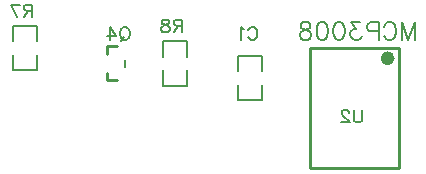
<source format=gbo>
G04 Layer: BottomSilkLayer*
G04 EasyEDA v6.3.22, 2020-01-23T08:33:16+01:00*
G04 c9beca13151b413282484c31864a17c3,a11fdbbf625d454fa155e63b1a2a2389,10*
G04 Gerber Generator version 0.2*
G04 Scale: 100 percent, Rotated: No, Reflected: No *
G04 Dimensions in inches *
G04 leading zeros omitted , absolute positions ,2 integer and 4 decimal *
%FSLAX24Y24*%
%MOIN*%
G90*
G70D02*

%ADD10C,0.010000*%
%ADD14C,0.023622*%
%ADD28C,0.007870*%
%ADD31C,0.007874*%
%ADD32C,0.006000*%

%LPD*%
G54D28*
G01X11157Y11531D02*
G01X11157Y11011D01*
G01X10342Y11011D01*
G01X10342Y11531D01*
G01X11157Y11977D02*
G01X11157Y12496D01*
G01X10342Y12496D01*
G01X10342Y11977D01*
G54D10*
G01X5994Y11934D02*
G01X5994Y11675D01*
G01X5994Y11934D01*
G01X5994Y11675D01*
G01X6315Y11675D01*
G01X6315Y12824D02*
G01X5994Y12824D01*
G01X5994Y12565D01*
G54D31*
G01X6604Y12368D02*
G01X6604Y12131D01*
G54D28*
G01X3657Y12531D02*
G01X3657Y12011D01*
G01X2842Y12011D01*
G01X2842Y12531D01*
G01X3657Y12977D02*
G01X3657Y13496D01*
G01X2842Y13496D01*
G01X2842Y12977D01*
G01X7842Y12468D02*
G01X7842Y12988D01*
G01X8657Y12988D01*
G01X8657Y12468D01*
G01X7842Y12022D02*
G01X7842Y11503D01*
G01X8657Y11503D01*
G01X8657Y12022D01*
G54D10*
G01X13063Y12757D02*
G01X15714Y12757D01*
G01X15714Y8742D01*
G01X12755Y8742D01*
G01X12755Y12757D01*
G01X13063Y12757D01*
G54D32*
G01X16250Y13605D02*
G01X16250Y13032D01*
G01X16250Y13605D02*
G01X16031Y13032D01*
G01X15813Y13605D02*
G01X16031Y13032D01*
G01X15813Y13605D02*
G01X15813Y13032D01*
G01X15224Y13469D02*
G01X15251Y13523D01*
G01X15306Y13578D01*
G01X15360Y13605D01*
G01X15469Y13605D01*
G01X15524Y13578D01*
G01X15579Y13523D01*
G01X15606Y13469D01*
G01X15633Y13387D01*
G01X15633Y13250D01*
G01X15606Y13169D01*
G01X15579Y13114D01*
G01X15524Y13059D01*
G01X15469Y13032D01*
G01X15360Y13032D01*
G01X15306Y13059D01*
G01X15251Y13114D01*
G01X15224Y13169D01*
G01X15044Y13605D02*
G01X15044Y13032D01*
G01X15044Y13605D02*
G01X14799Y13605D01*
G01X14717Y13578D01*
G01X14689Y13550D01*
G01X14662Y13496D01*
G01X14662Y13414D01*
G01X14689Y13359D01*
G01X14717Y13332D01*
G01X14799Y13305D01*
G01X15044Y13305D01*
G01X14428Y13605D02*
G01X14128Y13605D01*
G01X14291Y13387D01*
G01X14210Y13387D01*
G01X14155Y13359D01*
G01X14128Y13332D01*
G01X14100Y13250D01*
G01X14100Y13196D01*
G01X14128Y13114D01*
G01X14182Y13059D01*
G01X14264Y13032D01*
G01X14346Y13032D01*
G01X14428Y13059D01*
G01X14455Y13087D01*
G01X14482Y13141D01*
G01X13757Y13605D02*
G01X13839Y13578D01*
G01X13893Y13496D01*
G01X13920Y13359D01*
G01X13920Y13278D01*
G01X13893Y13141D01*
G01X13839Y13059D01*
G01X13757Y13032D01*
G01X13702Y13032D01*
G01X13620Y13059D01*
G01X13566Y13141D01*
G01X13539Y13278D01*
G01X13539Y13359D01*
G01X13566Y13496D01*
G01X13620Y13578D01*
G01X13702Y13605D01*
G01X13757Y13605D01*
G01X13195Y13605D02*
G01X13277Y13578D01*
G01X13331Y13496D01*
G01X13359Y13359D01*
G01X13359Y13278D01*
G01X13331Y13141D01*
G01X13277Y13059D01*
G01X13195Y13032D01*
G01X13140Y13032D01*
G01X13059Y13059D01*
G01X13004Y13141D01*
G01X12977Y13278D01*
G01X12977Y13359D01*
G01X13004Y13496D01*
G01X13059Y13578D01*
G01X13140Y13605D01*
G01X13195Y13605D01*
G01X12660Y13605D02*
G01X12742Y13578D01*
G01X12769Y13523D01*
G01X12769Y13469D01*
G01X12742Y13414D01*
G01X12688Y13387D01*
G01X12579Y13359D01*
G01X12497Y13332D01*
G01X12442Y13278D01*
G01X12415Y13223D01*
G01X12415Y13141D01*
G01X12442Y13087D01*
G01X12469Y13059D01*
G01X12551Y13032D01*
G01X12660Y13032D01*
G01X12742Y13059D01*
G01X12769Y13087D01*
G01X12797Y13141D01*
G01X12797Y13223D01*
G01X12769Y13278D01*
G01X12715Y13332D01*
G01X12633Y13359D01*
G01X12524Y13387D01*
G01X12469Y13414D01*
G01X12442Y13469D01*
G01X12442Y13523D01*
G01X12469Y13578D01*
G01X12551Y13605D01*
G01X12660Y13605D01*
G01X10693Y13351D02*
G01X10714Y13392D01*
G01X10755Y13434D01*
G01X10794Y13453D01*
G01X10877Y13453D01*
G01X10918Y13434D01*
G01X10959Y13392D01*
G01X10980Y13351D01*
G01X11000Y13290D01*
G01X11000Y13188D01*
G01X10980Y13126D01*
G01X10959Y13086D01*
G01X10918Y13044D01*
G01X10877Y13025D01*
G01X10794Y13025D01*
G01X10755Y13044D01*
G01X10714Y13086D01*
G01X10693Y13126D01*
G01X10557Y13371D02*
G01X10517Y13392D01*
G01X10456Y13453D01*
G01X10456Y13025D01*
G01X6626Y13453D02*
G01X6667Y13434D01*
G01X6709Y13392D01*
G01X6730Y13351D01*
G01X6750Y13290D01*
G01X6750Y13188D01*
G01X6730Y13126D01*
G01X6709Y13086D01*
G01X6667Y13044D01*
G01X6626Y13025D01*
G01X6544Y13025D01*
G01X6505Y13044D01*
G01X6463Y13086D01*
G01X6442Y13126D01*
G01X6423Y13188D01*
G01X6423Y13290D01*
G01X6442Y13351D01*
G01X6463Y13392D01*
G01X6505Y13434D01*
G01X6544Y13453D01*
G01X6626Y13453D01*
G01X6565Y13105D02*
G01X6442Y12984D01*
G01X6082Y13453D02*
G01X6288Y13167D01*
G01X5980Y13167D01*
G01X6082Y13453D02*
G01X6082Y13025D01*
G01X3500Y14203D02*
G01X3500Y13775D01*
G01X3500Y14203D02*
G01X3315Y14203D01*
G01X3255Y14184D01*
G01X3234Y14163D01*
G01X3213Y14121D01*
G01X3213Y14080D01*
G01X3234Y14040D01*
G01X3255Y14019D01*
G01X3315Y14000D01*
G01X3500Y14000D01*
G01X3357Y14000D02*
G01X3213Y13775D01*
G01X2792Y14203D02*
G01X2996Y13775D01*
G01X3078Y14203D02*
G01X2792Y14203D01*
G01X8500Y13703D02*
G01X8500Y13275D01*
G01X8500Y13703D02*
G01X8315Y13703D01*
G01X8255Y13684D01*
G01X8234Y13663D01*
G01X8214Y13621D01*
G01X8214Y13580D01*
G01X8234Y13540D01*
G01X8255Y13519D01*
G01X8315Y13500D01*
G01X8500Y13500D01*
G01X8356Y13500D02*
G01X8214Y13275D01*
G01X7976Y13703D02*
G01X8038Y13684D01*
G01X8057Y13642D01*
G01X8057Y13601D01*
G01X8038Y13561D01*
G01X7997Y13540D01*
G01X7914Y13519D01*
G01X7853Y13500D01*
G01X7813Y13459D01*
G01X7792Y13417D01*
G01X7792Y13355D01*
G01X7813Y13315D01*
G01X7832Y13294D01*
G01X7894Y13275D01*
G01X7976Y13275D01*
G01X8038Y13294D01*
G01X8057Y13315D01*
G01X8078Y13355D01*
G01X8078Y13417D01*
G01X8057Y13459D01*
G01X8017Y13500D01*
G01X7956Y13519D01*
G01X7873Y13540D01*
G01X7832Y13561D01*
G01X7813Y13601D01*
G01X7813Y13642D01*
G01X7832Y13684D01*
G01X7894Y13703D01*
G01X7976Y13703D01*
G01X14500Y10703D02*
G01X14500Y10396D01*
G01X14480Y10336D01*
G01X14439Y10294D01*
G01X14377Y10275D01*
G01X14335Y10275D01*
G01X14275Y10294D01*
G01X14234Y10336D01*
G01X14214Y10396D01*
G01X14214Y10703D01*
G01X14057Y10601D02*
G01X14057Y10621D01*
G01X14038Y10663D01*
G01X14017Y10684D01*
G01X13976Y10703D01*
G01X13894Y10703D01*
G01X13853Y10684D01*
G01X13832Y10663D01*
G01X13813Y10621D01*
G01X13813Y10580D01*
G01X13832Y10540D01*
G01X13873Y10478D01*
G01X14078Y10275D01*
G01X13792Y10275D01*
G54D14*
G75*
G01X15225Y12410D02*
G02X15225Y12408I118J-1D01*
G01*
M00*
M02*

</source>
